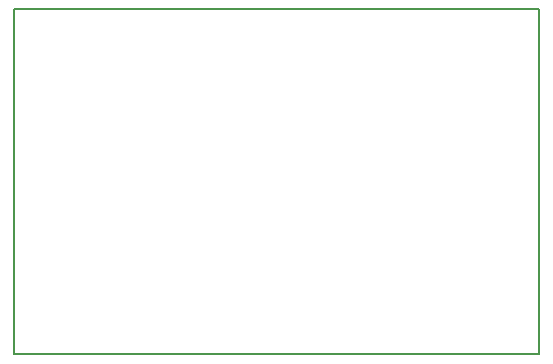
<source format=gbr>
G04 #@! TF.FileFunction,Profile,NP*
%FSLAX46Y46*%
G04 Gerber Fmt 4.6, Leading zero omitted, Abs format (unit mm)*
G04 Created by KiCad (PCBNEW 4.0.5) date Friday, March 24, 2017 'PMt' 10:18:35 PM*
%MOMM*%
%LPD*%
G01*
G04 APERTURE LIST*
%ADD10C,0.100000*%
%ADD11C,0.150000*%
G04 APERTURE END LIST*
D10*
D11*
X134620000Y-95250000D02*
X134620000Y-66040000D01*
X179070000Y-95250000D02*
X134620000Y-95250000D01*
X179070000Y-66040000D02*
X179070000Y-95250000D01*
X134620000Y-66040000D02*
X179070000Y-66040000D01*
M02*

</source>
